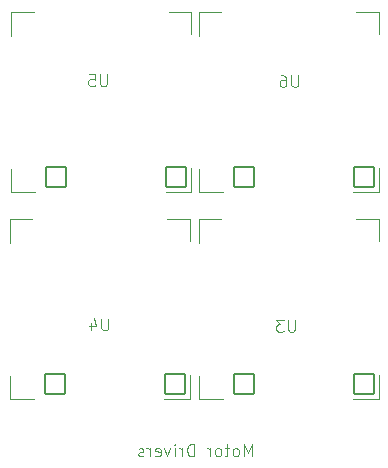
<source format=gbo>
G04 #@! TF.GenerationSoftware,KiCad,Pcbnew,7.0.5*
G04 #@! TF.CreationDate,2023-07-14T01:04:22-04:00*
G04 #@! TF.ProjectId,Tadpole,54616470-6f6c-4652-9e6b-696361645f70,rev?*
G04 #@! TF.SameCoordinates,Original*
G04 #@! TF.FileFunction,Legend,Bot*
G04 #@! TF.FilePolarity,Positive*
%FSLAX46Y46*%
G04 Gerber Fmt 4.6, Leading zero omitted, Abs format (unit mm)*
G04 Created by KiCad (PCBNEW 7.0.5) date 2023-07-14 01:04:22*
%MOMM*%
%LPD*%
G01*
G04 APERTURE LIST*
G04 Aperture macros list*
%AMRoundRect*
0 Rectangle with rounded corners*
0 $1 Rounding radius*
0 $2 $3 $4 $5 $6 $7 $8 $9 X,Y pos of 4 corners*
0 Add a 4 corners polygon primitive as box body*
4,1,4,$2,$3,$4,$5,$6,$7,$8,$9,$2,$3,0*
0 Add four circle primitives for the rounded corners*
1,1,$1+$1,$2,$3*
1,1,$1+$1,$4,$5*
1,1,$1+$1,$6,$7*
1,1,$1+$1,$8,$9*
0 Add four rect primitives between the rounded corners*
20,1,$1+$1,$2,$3,$4,$5,0*
20,1,$1+$1,$4,$5,$6,$7,0*
20,1,$1+$1,$6,$7,$8,$9,0*
20,1,$1+$1,$8,$9,$2,$3,0*%
G04 Aperture macros list end*
%ADD10C,0.125000*%
%ADD11C,0.100000*%
%ADD12C,1.800000*%
%ADD13O,1.800000X1.800000*%
%ADD14RoundRect,0.050000X0.850000X-0.850000X0.850000X0.850000X-0.850000X0.850000X-0.850000X-0.850000X0*%
%ADD15RoundRect,0.050000X-0.850000X0.850000X-0.850000X-0.850000X0.850000X-0.850000X0.850000X0.850000X0*%
%ADD16C,2.300000*%
%ADD17RoundRect,0.050000X-0.850000X-0.850000X0.850000X-0.850000X0.850000X0.850000X-0.850000X0.850000X0*%
G04 APERTURE END LIST*
D10*
X139202514Y-118895519D02*
X139202514Y-117895519D01*
X139202514Y-117895519D02*
X138869181Y-118609804D01*
X138869181Y-118609804D02*
X138535848Y-117895519D01*
X138535848Y-117895519D02*
X138535848Y-118895519D01*
X137916800Y-118895519D02*
X138012038Y-118847900D01*
X138012038Y-118847900D02*
X138059657Y-118800280D01*
X138059657Y-118800280D02*
X138107276Y-118705042D01*
X138107276Y-118705042D02*
X138107276Y-118419328D01*
X138107276Y-118419328D02*
X138059657Y-118324090D01*
X138059657Y-118324090D02*
X138012038Y-118276471D01*
X138012038Y-118276471D02*
X137916800Y-118228852D01*
X137916800Y-118228852D02*
X137773943Y-118228852D01*
X137773943Y-118228852D02*
X137678705Y-118276471D01*
X137678705Y-118276471D02*
X137631086Y-118324090D01*
X137631086Y-118324090D02*
X137583467Y-118419328D01*
X137583467Y-118419328D02*
X137583467Y-118705042D01*
X137583467Y-118705042D02*
X137631086Y-118800280D01*
X137631086Y-118800280D02*
X137678705Y-118847900D01*
X137678705Y-118847900D02*
X137773943Y-118895519D01*
X137773943Y-118895519D02*
X137916800Y-118895519D01*
X137297752Y-118228852D02*
X136916800Y-118228852D01*
X137154895Y-117895519D02*
X137154895Y-118752661D01*
X137154895Y-118752661D02*
X137107276Y-118847900D01*
X137107276Y-118847900D02*
X137012038Y-118895519D01*
X137012038Y-118895519D02*
X136916800Y-118895519D01*
X136440609Y-118895519D02*
X136535847Y-118847900D01*
X136535847Y-118847900D02*
X136583466Y-118800280D01*
X136583466Y-118800280D02*
X136631085Y-118705042D01*
X136631085Y-118705042D02*
X136631085Y-118419328D01*
X136631085Y-118419328D02*
X136583466Y-118324090D01*
X136583466Y-118324090D02*
X136535847Y-118276471D01*
X136535847Y-118276471D02*
X136440609Y-118228852D01*
X136440609Y-118228852D02*
X136297752Y-118228852D01*
X136297752Y-118228852D02*
X136202514Y-118276471D01*
X136202514Y-118276471D02*
X136154895Y-118324090D01*
X136154895Y-118324090D02*
X136107276Y-118419328D01*
X136107276Y-118419328D02*
X136107276Y-118705042D01*
X136107276Y-118705042D02*
X136154895Y-118800280D01*
X136154895Y-118800280D02*
X136202514Y-118847900D01*
X136202514Y-118847900D02*
X136297752Y-118895519D01*
X136297752Y-118895519D02*
X136440609Y-118895519D01*
X135678704Y-118895519D02*
X135678704Y-118228852D01*
X135678704Y-118419328D02*
X135631085Y-118324090D01*
X135631085Y-118324090D02*
X135583466Y-118276471D01*
X135583466Y-118276471D02*
X135488228Y-118228852D01*
X135488228Y-118228852D02*
X135392990Y-118228852D01*
X134297751Y-118895519D02*
X134297751Y-117895519D01*
X134297751Y-117895519D02*
X134059656Y-117895519D01*
X134059656Y-117895519D02*
X133916799Y-117943138D01*
X133916799Y-117943138D02*
X133821561Y-118038376D01*
X133821561Y-118038376D02*
X133773942Y-118133614D01*
X133773942Y-118133614D02*
X133726323Y-118324090D01*
X133726323Y-118324090D02*
X133726323Y-118466947D01*
X133726323Y-118466947D02*
X133773942Y-118657423D01*
X133773942Y-118657423D02*
X133821561Y-118752661D01*
X133821561Y-118752661D02*
X133916799Y-118847900D01*
X133916799Y-118847900D02*
X134059656Y-118895519D01*
X134059656Y-118895519D02*
X134297751Y-118895519D01*
X133297751Y-118895519D02*
X133297751Y-118228852D01*
X133297751Y-118419328D02*
X133250132Y-118324090D01*
X133250132Y-118324090D02*
X133202513Y-118276471D01*
X133202513Y-118276471D02*
X133107275Y-118228852D01*
X133107275Y-118228852D02*
X133012037Y-118228852D01*
X132678703Y-118895519D02*
X132678703Y-118228852D01*
X132678703Y-117895519D02*
X132726322Y-117943138D01*
X132726322Y-117943138D02*
X132678703Y-117990757D01*
X132678703Y-117990757D02*
X132631084Y-117943138D01*
X132631084Y-117943138D02*
X132678703Y-117895519D01*
X132678703Y-117895519D02*
X132678703Y-117990757D01*
X132297751Y-118228852D02*
X132059656Y-118895519D01*
X132059656Y-118895519D02*
X131821561Y-118228852D01*
X131059656Y-118847900D02*
X131154894Y-118895519D01*
X131154894Y-118895519D02*
X131345370Y-118895519D01*
X131345370Y-118895519D02*
X131440608Y-118847900D01*
X131440608Y-118847900D02*
X131488227Y-118752661D01*
X131488227Y-118752661D02*
X131488227Y-118371709D01*
X131488227Y-118371709D02*
X131440608Y-118276471D01*
X131440608Y-118276471D02*
X131345370Y-118228852D01*
X131345370Y-118228852D02*
X131154894Y-118228852D01*
X131154894Y-118228852D02*
X131059656Y-118276471D01*
X131059656Y-118276471D02*
X131012037Y-118371709D01*
X131012037Y-118371709D02*
X131012037Y-118466947D01*
X131012037Y-118466947D02*
X131488227Y-118562185D01*
X130583465Y-118895519D02*
X130583465Y-118228852D01*
X130583465Y-118419328D02*
X130535846Y-118324090D01*
X130535846Y-118324090D02*
X130488227Y-118276471D01*
X130488227Y-118276471D02*
X130392989Y-118228852D01*
X130392989Y-118228852D02*
X130297751Y-118228852D01*
X130012036Y-118847900D02*
X129916798Y-118895519D01*
X129916798Y-118895519D02*
X129726322Y-118895519D01*
X129726322Y-118895519D02*
X129631084Y-118847900D01*
X129631084Y-118847900D02*
X129583465Y-118752661D01*
X129583465Y-118752661D02*
X129583465Y-118705042D01*
X129583465Y-118705042D02*
X129631084Y-118609804D01*
X129631084Y-118609804D02*
X129726322Y-118562185D01*
X129726322Y-118562185D02*
X129869179Y-118562185D01*
X129869179Y-118562185D02*
X129964417Y-118514566D01*
X129964417Y-118514566D02*
X130012036Y-118419328D01*
X130012036Y-118419328D02*
X130012036Y-118371709D01*
X130012036Y-118371709D02*
X129964417Y-118276471D01*
X129964417Y-118276471D02*
X129869179Y-118228852D01*
X129869179Y-118228852D02*
X129726322Y-118228852D01*
X129726322Y-118228852D02*
X129631084Y-118276471D01*
D11*
X127060704Y-107255019D02*
X127060704Y-108064542D01*
X127060704Y-108064542D02*
X127013085Y-108159780D01*
X127013085Y-108159780D02*
X126965466Y-108207400D01*
X126965466Y-108207400D02*
X126870228Y-108255019D01*
X126870228Y-108255019D02*
X126679752Y-108255019D01*
X126679752Y-108255019D02*
X126584514Y-108207400D01*
X126584514Y-108207400D02*
X126536895Y-108159780D01*
X126536895Y-108159780D02*
X126489276Y-108064542D01*
X126489276Y-108064542D02*
X126489276Y-107255019D01*
X125584514Y-107588352D02*
X125584514Y-108255019D01*
X125822609Y-107207400D02*
X126060704Y-107921685D01*
X126060704Y-107921685D02*
X125441657Y-107921685D01*
X126959104Y-86579419D02*
X126959104Y-87388942D01*
X126959104Y-87388942D02*
X126911485Y-87484180D01*
X126911485Y-87484180D02*
X126863866Y-87531800D01*
X126863866Y-87531800D02*
X126768628Y-87579419D01*
X126768628Y-87579419D02*
X126578152Y-87579419D01*
X126578152Y-87579419D02*
X126482914Y-87531800D01*
X126482914Y-87531800D02*
X126435295Y-87484180D01*
X126435295Y-87484180D02*
X126387676Y-87388942D01*
X126387676Y-87388942D02*
X126387676Y-86579419D01*
X125435295Y-86579419D02*
X125911485Y-86579419D01*
X125911485Y-86579419D02*
X125959104Y-87055609D01*
X125959104Y-87055609D02*
X125911485Y-87007990D01*
X125911485Y-87007990D02*
X125816247Y-86960371D01*
X125816247Y-86960371D02*
X125578152Y-86960371D01*
X125578152Y-86960371D02*
X125482914Y-87007990D01*
X125482914Y-87007990D02*
X125435295Y-87055609D01*
X125435295Y-87055609D02*
X125387676Y-87150847D01*
X125387676Y-87150847D02*
X125387676Y-87388942D01*
X125387676Y-87388942D02*
X125435295Y-87484180D01*
X125435295Y-87484180D02*
X125482914Y-87531800D01*
X125482914Y-87531800D02*
X125578152Y-87579419D01*
X125578152Y-87579419D02*
X125816247Y-87579419D01*
X125816247Y-87579419D02*
X125911485Y-87531800D01*
X125911485Y-87531800D02*
X125959104Y-87484180D01*
X142859504Y-107356619D02*
X142859504Y-108166142D01*
X142859504Y-108166142D02*
X142811885Y-108261380D01*
X142811885Y-108261380D02*
X142764266Y-108309000D01*
X142764266Y-108309000D02*
X142669028Y-108356619D01*
X142669028Y-108356619D02*
X142478552Y-108356619D01*
X142478552Y-108356619D02*
X142383314Y-108309000D01*
X142383314Y-108309000D02*
X142335695Y-108261380D01*
X142335695Y-108261380D02*
X142288076Y-108166142D01*
X142288076Y-108166142D02*
X142288076Y-107356619D01*
X141907123Y-107356619D02*
X141288076Y-107356619D01*
X141288076Y-107356619D02*
X141621409Y-107737571D01*
X141621409Y-107737571D02*
X141478552Y-107737571D01*
X141478552Y-107737571D02*
X141383314Y-107785190D01*
X141383314Y-107785190D02*
X141335695Y-107832809D01*
X141335695Y-107832809D02*
X141288076Y-107928047D01*
X141288076Y-107928047D02*
X141288076Y-108166142D01*
X141288076Y-108166142D02*
X141335695Y-108261380D01*
X141335695Y-108261380D02*
X141383314Y-108309000D01*
X141383314Y-108309000D02*
X141478552Y-108356619D01*
X141478552Y-108356619D02*
X141764266Y-108356619D01*
X141764266Y-108356619D02*
X141859504Y-108309000D01*
X141859504Y-108309000D02*
X141907123Y-108261380D01*
X143138904Y-86630219D02*
X143138904Y-87439742D01*
X143138904Y-87439742D02*
X143091285Y-87534980D01*
X143091285Y-87534980D02*
X143043666Y-87582600D01*
X143043666Y-87582600D02*
X142948428Y-87630219D01*
X142948428Y-87630219D02*
X142757952Y-87630219D01*
X142757952Y-87630219D02*
X142662714Y-87582600D01*
X142662714Y-87582600D02*
X142615095Y-87534980D01*
X142615095Y-87534980D02*
X142567476Y-87439742D01*
X142567476Y-87439742D02*
X142567476Y-86630219D01*
X141662714Y-86630219D02*
X141853190Y-86630219D01*
X141853190Y-86630219D02*
X141948428Y-86677838D01*
X141948428Y-86677838D02*
X141996047Y-86725457D01*
X141996047Y-86725457D02*
X142091285Y-86868314D01*
X142091285Y-86868314D02*
X142138904Y-87058790D01*
X142138904Y-87058790D02*
X142138904Y-87439742D01*
X142138904Y-87439742D02*
X142091285Y-87534980D01*
X142091285Y-87534980D02*
X142043666Y-87582600D01*
X142043666Y-87582600D02*
X141948428Y-87630219D01*
X141948428Y-87630219D02*
X141757952Y-87630219D01*
X141757952Y-87630219D02*
X141662714Y-87582600D01*
X141662714Y-87582600D02*
X141615095Y-87534980D01*
X141615095Y-87534980D02*
X141567476Y-87439742D01*
X141567476Y-87439742D02*
X141567476Y-87201647D01*
X141567476Y-87201647D02*
X141615095Y-87106409D01*
X141615095Y-87106409D02*
X141662714Y-87058790D01*
X141662714Y-87058790D02*
X141757952Y-87011171D01*
X141757952Y-87011171D02*
X141948428Y-87011171D01*
X141948428Y-87011171D02*
X142043666Y-87058790D01*
X142043666Y-87058790D02*
X142091285Y-87106409D01*
X142091285Y-87106409D02*
X142138904Y-87201647D01*
X133969600Y-98806000D02*
X133969600Y-100711000D01*
X132064600Y-98806000D02*
X133969600Y-98806000D01*
X118729600Y-98806000D02*
X120634600Y-98806000D01*
X118729600Y-100838000D02*
X118729600Y-98806000D01*
X118729600Y-112141000D02*
X118729600Y-114046000D01*
X133969600Y-114046000D02*
X133969600Y-112014000D01*
X131810600Y-114046000D02*
X133969600Y-114046000D01*
X118729600Y-114046000D02*
X120761600Y-114046000D01*
X134071200Y-81254600D02*
X134071200Y-83159600D01*
X132166200Y-81254600D02*
X134071200Y-81254600D01*
X118831200Y-81254600D02*
X120736200Y-81254600D01*
X118831200Y-83286600D02*
X118831200Y-81254600D01*
X118831200Y-94589600D02*
X118831200Y-96494600D01*
X134071200Y-96494600D02*
X134071200Y-94462600D01*
X131912200Y-96494600D02*
X134071200Y-96494600D01*
X118831200Y-96494600D02*
X120863200Y-96494600D01*
X149946200Y-98806000D02*
X149946200Y-100711000D01*
X148041200Y-98806000D02*
X149946200Y-98806000D01*
X134706200Y-98806000D02*
X136611200Y-98806000D01*
X134706200Y-100838000D02*
X134706200Y-98806000D01*
X134706200Y-112141000D02*
X134706200Y-114046000D01*
X149946200Y-114046000D02*
X149946200Y-112014000D01*
X147787200Y-114046000D02*
X149946200Y-114046000D01*
X134706200Y-114046000D02*
X136738200Y-114046000D01*
X149946200Y-81254600D02*
X149946200Y-83159600D01*
X148041200Y-81254600D02*
X149946200Y-81254600D01*
X134706200Y-81254600D02*
X136611200Y-81254600D01*
X134706200Y-83286600D02*
X134706200Y-81254600D01*
X134706200Y-94589600D02*
X134706200Y-96494600D01*
X149946200Y-96494600D02*
X149946200Y-94462600D01*
X147787200Y-96494600D02*
X149946200Y-96494600D01*
X134706200Y-96494600D02*
X136738200Y-96494600D01*
%LPC*%
D12*
X114503200Y-84963000D03*
D13*
X114503200Y-82423000D03*
D12*
X117043200Y-84963000D03*
X117043200Y-82423000D03*
X117043200Y-108864400D03*
D13*
X117043200Y-111404400D03*
D12*
X114503200Y-108864400D03*
X114503200Y-111404400D03*
X153131200Y-88327000D03*
D13*
X153131200Y-85787000D03*
D14*
X155671200Y-88327000D03*
X155671200Y-85787000D03*
D13*
X158211200Y-88327000D03*
X158211200Y-85787000D03*
X160751200Y-88327000D03*
X160751200Y-85787000D03*
D12*
X160731200Y-104013000D03*
D13*
X160731200Y-106553000D03*
D15*
X158191200Y-104013000D03*
X158191200Y-106553000D03*
D13*
X155651200Y-104013000D03*
X155651200Y-106553000D03*
X153111200Y-104013000D03*
X153111200Y-106553000D03*
D16*
X122000000Y-119000000D03*
D13*
X139573000Y-76073000D03*
X137033000Y-76073000D03*
D15*
X134493000Y-76073000D03*
X131953000Y-76073000D03*
D13*
X129413000Y-76073000D03*
X121423600Y-110337600D03*
X123963600Y-110337600D03*
X126503600Y-110337600D03*
X129043600Y-110337600D03*
X131583600Y-110337600D03*
X134123600Y-110337600D03*
X136663600Y-110337600D03*
X139203600Y-110337600D03*
X141743600Y-110337600D03*
D17*
X152597000Y-95397400D03*
D13*
X152597000Y-97937400D03*
D16*
X148000000Y-74000000D03*
X148000000Y-119000000D03*
D12*
X117815200Y-104521000D03*
X120355200Y-104521000D03*
X122895200Y-104521000D03*
X125435200Y-104521000D03*
X120355200Y-89281000D03*
X127975200Y-104521000D03*
X130515200Y-104521000D03*
X133055200Y-104521000D03*
X135595200Y-104521000D03*
X138135200Y-104521000D03*
X140675200Y-104521000D03*
X143215200Y-104521000D03*
X145755200Y-104521000D03*
X148295200Y-104521000D03*
X148295200Y-89281000D03*
X145755200Y-89281000D03*
X143215200Y-89281000D03*
X140675200Y-89281000D03*
X138135200Y-89281000D03*
X135595200Y-89281000D03*
X133055200Y-89281000D03*
X130515200Y-89281000D03*
X127975200Y-89281000D03*
X125435200Y-89281000D03*
X122895200Y-89281000D03*
X117815200Y-89281000D03*
X115275200Y-104521000D03*
X115275200Y-89281000D03*
D16*
X122000000Y-74000000D03*
D13*
X119999600Y-100076000D03*
D12*
X122539600Y-100076000D03*
X125079600Y-100076000D03*
X127619600Y-100076000D03*
X130159600Y-100076000D03*
X132699600Y-100076000D03*
X119999600Y-112776000D03*
D15*
X122539600Y-112776000D03*
D12*
X125079600Y-112776000D03*
X127619600Y-112776000D03*
X130159600Y-112776000D03*
D15*
X132699600Y-112776000D03*
D13*
X120101200Y-82524600D03*
D12*
X122641200Y-82524600D03*
X125181200Y-82524600D03*
X127721200Y-82524600D03*
X130261200Y-82524600D03*
X132801200Y-82524600D03*
X120101200Y-95224600D03*
D15*
X122641200Y-95224600D03*
D12*
X125181200Y-95224600D03*
X127721200Y-95224600D03*
X130261200Y-95224600D03*
D15*
X132801200Y-95224600D03*
D13*
X135976200Y-100076000D03*
D12*
X138516200Y-100076000D03*
X141056200Y-100076000D03*
X143596200Y-100076000D03*
X146136200Y-100076000D03*
X148676200Y-100076000D03*
X135976200Y-112776000D03*
D15*
X138516200Y-112776000D03*
D12*
X141056200Y-112776000D03*
X143596200Y-112776000D03*
X146136200Y-112776000D03*
D15*
X148676200Y-112776000D03*
D13*
X135976200Y-82524600D03*
D12*
X138516200Y-82524600D03*
X141056200Y-82524600D03*
X143596200Y-82524600D03*
X146136200Y-82524600D03*
X148676200Y-82524600D03*
X135976200Y-95224600D03*
D15*
X138516200Y-95224600D03*
D12*
X141056200Y-95224600D03*
X143596200Y-95224600D03*
X146136200Y-95224600D03*
D15*
X148676200Y-95224600D03*
%LPD*%
M02*

</source>
